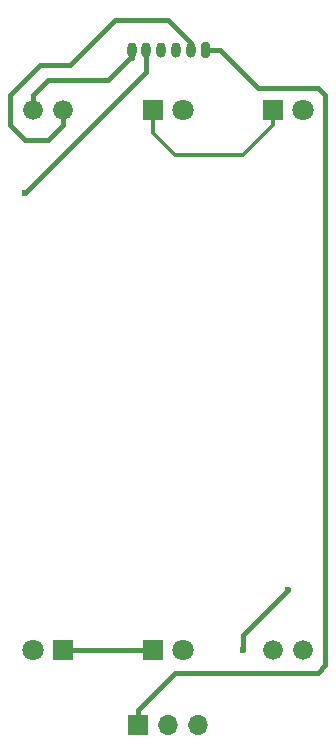
<source format=gbl>
%TF.GenerationSoftware,KiCad,Pcbnew,(5.1.10)-1*%
%TF.CreationDate,2021-09-22T20:24:30-07:00*%
%TF.ProjectId,project,70726f6a-6563-4742-9e6b-696361645f70,0.0*%
%TF.SameCoordinates,Original*%
%TF.FileFunction,Copper,L2,Bot*%
%TF.FilePolarity,Positive*%
%FSLAX46Y46*%
G04 Gerber Fmt 4.6, Leading zero omitted, Abs format (unit mm)*
G04 Created by KiCad (PCBNEW (5.1.10)-1) date 2021-09-22 20:24:30*
%MOMM*%
%LPD*%
G01*
G04 APERTURE LIST*
%TA.AperFunction,ComponentPad*%
%ADD10O,0.800000X1.300000*%
%TD*%
%TA.AperFunction,ComponentPad*%
%ADD11R,1.700000X1.700000*%
%TD*%
%TA.AperFunction,ComponentPad*%
%ADD12O,1.700000X1.700000*%
%TD*%
%TA.AperFunction,ComponentPad*%
%ADD13C,1.676400*%
%TD*%
%TA.AperFunction,ComponentPad*%
%ADD14R,1.800000X1.800000*%
%TD*%
%TA.AperFunction,ComponentPad*%
%ADD15C,1.800000*%
%TD*%
%TA.AperFunction,ViaPad*%
%ADD16C,0.600000*%
%TD*%
%TA.AperFunction,Conductor*%
%ADD17C,0.406400*%
%TD*%
%TA.AperFunction,Conductor*%
%ADD18C,0.304800*%
%TD*%
G04 APERTURE END LIST*
%TO.P,J1,1*%
%TO.N,VCC*%
%TA.AperFunction,ComponentPad*%
G36*
G01*
X59709000Y-82989000D02*
X59709000Y-83889000D01*
G75*
G02*
X59509000Y-84089000I-200000J0D01*
G01*
X59109000Y-84089000D01*
G75*
G02*
X58909000Y-83889000I0J200000D01*
G01*
X58909000Y-82989000D01*
G75*
G02*
X59109000Y-82789000I200000J0D01*
G01*
X59509000Y-82789000D01*
G75*
G02*
X59709000Y-82989000I0J-200000D01*
G01*
G37*
%TD.AperFunction*%
D10*
%TO.P,J1,2*%
%TO.N,/NPN1*%
X58059000Y-83439000D03*
%TO.P,J1,3*%
%TO.N,/NPN2*%
X56809000Y-83439000D03*
%TO.P,J1,4*%
%TO.N,/LED*%
X55559000Y-83439000D03*
%TO.P,J1,5*%
%TO.N,/SERVO*%
X54309000Y-83439000D03*
%TO.P,J1,6*%
%TO.N,GND*%
X53059000Y-83439000D03*
%TD*%
D11*
%TO.P,J2,1*%
%TO.N,VCC*%
X53594000Y-140589000D03*
D12*
%TO.P,J2,2*%
%TO.N,/SERVO*%
X56134000Y-140589000D03*
%TO.P,J2,3*%
%TO.N,GND*%
X58674000Y-140589000D03*
%TD*%
D13*
%TO.P,Q2,2*%
%TO.N,GND*%
X67564000Y-134219000D03*
%TO.P,Q2,1*%
%TO.N,/NPN2*%
X65024000Y-134219000D03*
%TD*%
%TO.P,Q1,2*%
%TO.N,GND*%
X44704000Y-88519000D03*
%TO.P,Q1,1*%
%TO.N,/NPN1*%
X47244000Y-88519000D03*
%TD*%
D14*
%TO.P,D8,1*%
%TO.N,GND*%
X65024000Y-88519000D03*
D15*
%TO.P,D8,2*%
%TO.N,Net-(D8-Pad2)*%
X67564000Y-88519000D03*
%TD*%
D14*
%TO.P,D7,1*%
%TO.N,GND*%
X47244000Y-134239000D03*
D15*
%TO.P,D7,2*%
%TO.N,Net-(D7-Pad2)*%
X44704000Y-134239000D03*
%TD*%
D14*
%TO.P,D1,1*%
%TO.N,GND*%
X54864000Y-88519000D03*
D15*
%TO.P,D1,2*%
%TO.N,Net-(D1-Pad2)*%
X57404000Y-88519000D03*
%TD*%
D14*
%TO.P,D2,1*%
%TO.N,GND*%
X54864000Y-134239000D03*
D15*
%TO.P,D2,2*%
%TO.N,Net-(D2-Pad2)*%
X57404000Y-134239000D03*
%TD*%
D16*
%TO.N,/SERVO*%
X44069000Y-95504000D03*
%TO.N,/LED*%
X66294000Y-129159000D03*
X62484000Y-134239000D03*
%TD*%
D17*
%TO.N,GND*%
X53059000Y-84074000D02*
X52959000Y-84074000D01*
X52959000Y-84074000D02*
X51054000Y-85979000D01*
X51054000Y-85979000D02*
X45974000Y-85979000D01*
X44704000Y-87249000D02*
X44704000Y-88519000D01*
X45974000Y-85979000D02*
X44704000Y-87249000D01*
X54864000Y-134239000D02*
X47244000Y-134239000D01*
D18*
X65024000Y-88519000D02*
X65024000Y-89789000D01*
X54864000Y-90424000D02*
X54864000Y-88519000D01*
X56769000Y-92329000D02*
X54864000Y-90424000D01*
X62484000Y-92329000D02*
X56769000Y-92329000D01*
X65024000Y-89789000D02*
X62484000Y-92329000D01*
D17*
%TO.N,VCC*%
X60579000Y-83439000D02*
X59309000Y-83439000D01*
X63754000Y-86614000D02*
X60579000Y-83439000D01*
X68834000Y-86614000D02*
X63754000Y-86614000D01*
X69469000Y-87249000D02*
X68834000Y-86614000D01*
X69469000Y-135509000D02*
X69469000Y-87249000D01*
X56769000Y-136144000D02*
X68834000Y-136144000D01*
X53594000Y-139319000D02*
X56769000Y-136144000D01*
X68834000Y-136144000D02*
X69469000Y-135509000D01*
X53594000Y-140589000D02*
X53594000Y-139319000D01*
%TO.N,/NPN1*%
X58059000Y-82824000D02*
X56134000Y-80899000D01*
X56134000Y-80899000D02*
X51689000Y-80899000D01*
X51689000Y-80899000D02*
X47879000Y-84709000D01*
X47879000Y-84709000D02*
X45339000Y-84709000D01*
X45339000Y-84709000D02*
X42799000Y-87249000D01*
X42799000Y-87249000D02*
X42799000Y-89789000D01*
X42799000Y-89789000D02*
X44069000Y-91059000D01*
X44069000Y-91059000D02*
X45974000Y-91059000D01*
X47244000Y-89789000D02*
X47244000Y-88519000D01*
X45974000Y-91059000D02*
X47244000Y-89789000D01*
X58059000Y-83439000D02*
X58039000Y-83439000D01*
X58059000Y-83439000D02*
X58059000Y-82824000D01*
%TO.N,/SERVO*%
X54309000Y-84074000D02*
X54309000Y-85264000D01*
X44069000Y-95504000D02*
X44069000Y-95504000D01*
X54309000Y-85264000D02*
X44069000Y-95504000D01*
%TO.N,/LED*%
X62484000Y-132969000D02*
X62484000Y-134239000D01*
X66294000Y-129159000D02*
X62484000Y-132969000D01*
%TD*%
M02*

</source>
